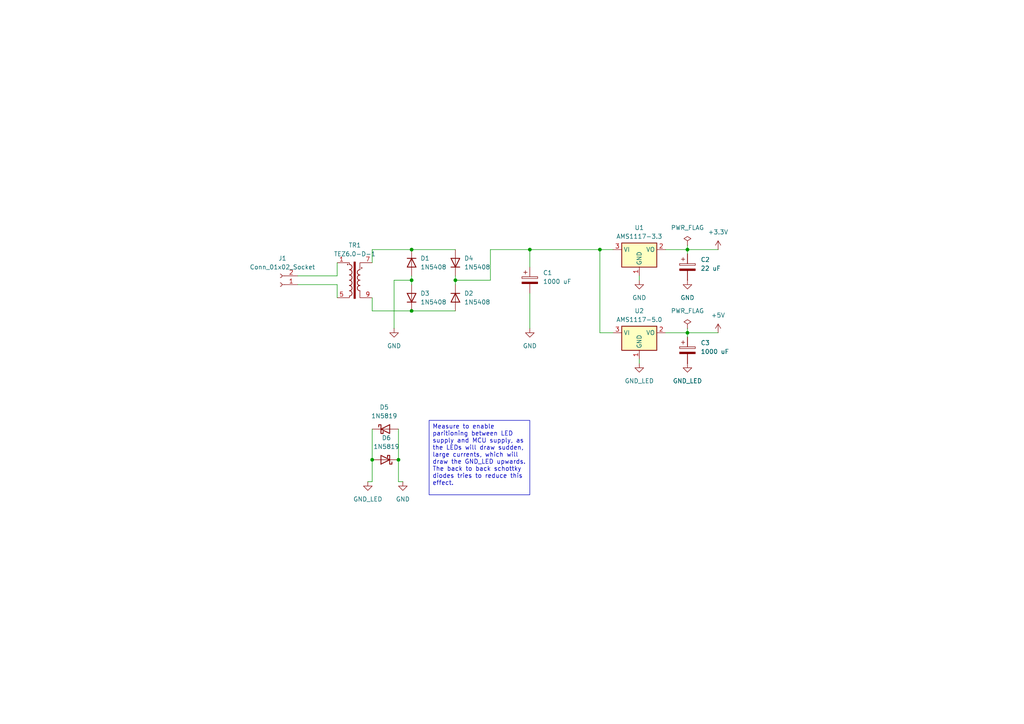
<source format=kicad_sch>
(kicad_sch (version 20231120) (generator "eeschema") (generator_version "8.0")
  (paper "A4")
  (title_block (title "Powersupply") (rev "Rev 2.1"))
  (lib_symbols
    (symbol "Connector:Conn_01x02_Socket" (pin_names (offset 1.016) hide)
      (property "Reference" "J" (at 0 2.54 0))
      (property "Value" "Conn_01x02_Socket" (at 0 -5.08 0))
      (symbol "Conn_01x02_Socket_1_1"
        (arc (start 0 -2.032) (mid -0.5058 -2.54) (end 0 -3.048) (stroke (width 0.1524)))
        (polyline (pts (xy -1.27 -2.54) (xy -0.508 -2.54)) (stroke (width 0.1524)))
        (polyline (pts (xy -1.27 0) (xy -0.508 0)) (stroke (width 0.1524)))
        (arc (start 0 0.508) (mid -0.5058 0) (end 0 -0.508) (stroke (width 0.1524)))
        (pin passive line (at -5.08 0 0) (length 3.81) (name "Pin_1") (number "1"))
        (pin passive line (at -5.08 -2.54 0) (length 3.81) (name "Pin_2") (number "2"))
      )
    )
    (symbol "Device:C_Polarized" (pin_numbers hide) (pin_names (offset 0.254))
      (property "Reference" "C" (at 0.635 2.54 0))
      (property "Value" "C_Polarized" (at 0.635 -2.54 0))
      (symbol "C_Polarized_0_1"
        (rectangle (start -2.286 0.508) (end 2.286 1.016))
        (polyline (pts (xy -1.778 2.286) (xy -0.762 2.286)))
        (polyline (pts (xy -1.27 2.794) (xy -1.27 1.778)))
        (rectangle (start 2.286 -0.508) (end -2.286 -1.016) (fill (type outline)))
      )
      (symbol "C_Polarized_1_1"
        (pin passive line (at 0 3.81 270) (length 2.794) (name "~") (number "1"))
        (pin passive line (at 0 -3.81 90) (length 2.794) (name "~") (number "2"))
      )
    )
    (symbol "Diode:1N5408" (pin_numbers hide) (pin_names hide)
      (property "Reference" "D" (at 0 2.54 0))
      (property "Value" "1N5408" (at 0 -2.54 0))
      (symbol "1N5408_0_1"
        (polyline (pts (xy -1.27 1.27) (xy -1.27 -1.27)) (stroke (width 0.254)))
        (polyline (pts (xy 1.27 0) (xy -1.27 0)))
        (polyline (pts (xy 1.27 1.27) (xy 1.27 -1.27) (xy -1.27 0) (xy 1.27 1.27)) (stroke (width 0.254)))
      )
      (symbol "1N5408_1_1"
        (pin passive line (at -3.81 0 0) (length 2.54) (name "K") (number "1"))
        (pin passive line (at 3.81 0 180) (length 2.54) (name "A") (number "2"))
      )
    )
    (symbol "Diode:1N5819" (pin_numbers hide) (pin_names (offset 1.016) hide)
      (property "Reference" "D" (at 0 2.54 0))
      (property "Value" "1N5819" (at 0 -2.54 0))
      (symbol "1N5819_0_1"
        (polyline (pts (xy 1.27 0) (xy -1.27 0)))
        (polyline (pts (xy 1.27 1.27) (xy 1.27 -1.27) (xy -1.27 0) (xy 1.27 1.27)) (stroke (width 0.254)))
        (polyline (pts (xy -1.905 0.635) (xy -1.905 1.27) (xy -1.27 1.27) (xy -1.27 -1.27) (xy -0.635 -1.27) (xy -0.635 -0.635)) (stroke (width 0.254)))
      )
      (symbol "1N5819_1_1"
        (pin passive line (at -3.81 0 0) (length 2.54) (name "K") (number "1"))
        (pin passive line (at 3.81 0 180) (length 2.54) (name "A") (number "2"))
      )
    )
    (symbol "Regulator_Linear:AMS1117-3.3"
      (property "Reference" "U" (at -3.81 3.175 0))
      (property "Value" "AMS1117-3.3" (at 0 3.175 0))
      (symbol "AMS1117-3.3_0_1"
        (rectangle (start -5.08 -5.08) (end 5.08 1.905) (stroke (width 0.254)) (fill (type background)))
      )
      (symbol "AMS1117-3.3_1_1"
        (pin power_in line (at 0 -7.62 90) (length 2.54) (name "GND") (number "1"))
        (pin power_out line (at 7.62 0 180) (length 2.54) (name "VO") (number "2"))
        (pin power_in line (at -7.62 0 0) (length 2.54) (name "VI") (number "3"))
      )
    )
    (symbol "Regulator_Linear:AMS1117-5.0"
      (property "Reference" "U" (at -3.81 3.175 0))
      (property "Value" "AMS1117-5.0" (at 0 3.175 0))
      (symbol "AMS1117-5.0_0_1"
        (rectangle (start -5.08 -5.08) (end 5.08 1.905) (stroke (width 0.254)) (fill (type background)))
      )
      (symbol "AMS1117-5.0_1_1"
        (pin power_in line (at 0 -7.62 90) (length 2.54) (name "GND") (number "1"))
        (pin power_out line (at 7.62 0 180) (length 2.54) (name "VO") (number "2"))
        (pin power_in line (at -7.62 0 0) (length 2.54) (name "VI") (number "3"))
      )
    )
    (symbol "Transformer:TEZ6.0-D-1" (pin_names (offset 0.0254))
      (property "Reference" "TR" (at 0 6.35 0))
      (property "Value" "TEZ6.0-D-1" (at 0 -6.35 0))
      (symbol "TEZ6.0-D-1_0_1"
        (circle (center -2.032 4.572) (radius 0.127))
        (arc (start -1.524 -4.572) (mid -0.7653 -3.81) (end -1.524 -3.048) (stroke (width 0.2032)))
        (arc (start -1.524 -3.048) (mid -0.7653 -2.286) (end -1.524 -1.524) (stroke (width 0.2032)))
        (arc (start -1.524 -1.524) (mid -0.7653 -0.762) (end -1.524 0) (stroke (width 0.2032)))
        (arc (start -1.524 0) (mid -0.7653 0.762) (end -1.524 1.524) (stroke (width 0.2032)))
        (arc (start -1.524 1.524) (mid -0.7653 2.286) (end -1.524 3.048) (stroke (width 0.2032)))
        (arc (start -1.524 3.048) (mid -0.7653 3.81) (end -1.524 4.572) (stroke (width 0.2032)))
        (rectangle (start -0.254 5.334) (end 0.254 -5.334) (stroke (width 0.0254)) (fill (type outline)))
        (polyline (pts (xy -1.524 -4.572) (xy -1.524 -5.08) (xy -2.54 -5.08)))
        (polyline (pts (xy -1.524 4.572) (xy -1.524 5.08) (xy -2.54 5.08)))
        (polyline (pts (xy 1.524 3.048) (xy 1.524 5.08) (xy 2.54 5.08) (xy 2.54 5.08)) (stroke (width 0.1524)))
        (polyline (pts (xy 2.54 -5.08) (xy 1.524 -5.08) (xy 1.524 -3.048) (xy 1.524 -3.048)) (stroke (width 0.1524)))
        (arc (start 1.524 -1.524) (mid 0.7653 -2.286) (end 1.524 -3.048) (stroke (width 0.2032)))
        (arc (start 1.524 0) (mid 0.7653 -0.762) (end 1.524 -1.524) (stroke (width 0.2032)))
        (arc (start 1.524 1.524) (mid 0.7653 0.762) (end 1.524 0) (stroke (width 0.2032)))
        (arc (start 1.524 3.048) (mid 0.7653 2.286) (end 1.524 1.524) (stroke (width 0.2032)))
        (circle (center 2.032 3.556) (radius 0.127))
      )
      (symbol "TEZ6.0-D-1_1_1"
        (pin passive line (at -5.08 5.08 0) (length 2.54) (name "~") (number "1"))
        (pin passive line (at -5.08 -5.08 0) (length 2.54) (name "~") (number "5"))
        (pin passive line (at 5.08 5.08 180) (length 2.54) (name "~") (number "7"))
        (pin passive line (at 5.08 -5.08 180) (length 2.54) (name "~") (number "9"))
      )
    )
    (symbol "power:+3.3V" (power) (pin_numbers hide) (pin_names (offset 0) hide)
      (property "Value" "+3.3V" (at 0 3.556 0))
      (symbol "+3.3V_0_1"
        (polyline (pts (xy -0.762 1.27) (xy 0 2.54)))
        (polyline (pts (xy 0 0) (xy 0 2.54)))
        (polyline (pts (xy 0 2.54) (xy 0.762 1.27)))
      )
      (symbol "+3.3V_1_1"
        (pin power_in line (at 0 0 90) (length 0) (name "~") (number "1"))
      )
    )
    (symbol "power:+5V" (power) (pin_numbers hide) (pin_names (offset 0) hide)
      (property "Value" "+5V" (at 0 3.556 0))
      (symbol "+5V_0_1"
        (polyline (pts (xy -0.762 1.27) (xy 0 2.54)))
        (polyline (pts (xy 0 0) (xy 0 2.54)))
        (polyline (pts (xy 0 2.54) (xy 0.762 1.27)))
      )
      (symbol "+5V_1_1"
        (pin power_in line (at 0 0 90) (length 0) (name "~") (number "1"))
      )
    )
    (symbol "power:GND" (power) (pin_numbers hide) (pin_names (offset 0) hide)
      (property "Value" "GND" (at 0 -3.81 0))
      (symbol "GND_0_1"
        (polyline (pts (xy 0 0) (xy 0 -1.27) (xy 1.27 -1.27) (xy 0 -2.54) (xy -1.27 -1.27) (xy 0 -1.27)))
      )
      (symbol "GND_1_1"
        (pin power_in line (at 0 0 270) (length 0) (name "~") (number "1"))
      )
    )
    (symbol "power:GND1" (power) (pin_numbers hide) (pin_names (offset 0) hide)
      (property "Value" "GND1" (at 0 -3.81 0))
      (symbol "GND1_0_1"
        (polyline (pts (xy 0 0) (xy 0 -1.27) (xy 1.27 -1.27) (xy 0 -2.54) (xy -1.27 -1.27) (xy 0 -1.27)))
      )
      (symbol "GND1_1_1"
        (pin power_in line (at 0 0 270) (length 0) (name "~") (number "1"))
      )
    )
    (symbol "power:PWR_FLAG" (power) (pin_numbers hide) (pin_names (offset 0) hide)
      (property "Value" "PWR_FLAG" (at 0 3.81 0))
      (symbol "PWR_FLAG_0_0"
        (pin power_out line (at 0 0 90) (length 0) (name "~") (number "1"))
      )
      (symbol "PWR_FLAG_0_1"
        (polyline (pts (xy 0 0) (xy 0 1.27) (xy -1.016 1.905) (xy 0 2.54) (xy 1.016 1.905) (xy 0 1.27)))
      )
    )
  )
  (junction (at 119.38 90.17))
  (junction (at 107.95 133.35))
  (junction (at 132.08 81.28))
  (junction (at 115.57 133.35))
  (junction (at 199.39 96.52))
  (junction (at 199.39 72.39))
  (junction (at 153.67 72.39))
  (junction (at 119.38 72.39))
  (junction (at 119.38 81.28))
  (junction (at 173.99 72.39))
  (wire (pts (xy 119.38 72.39) (xy 132.08 72.39)))
  (wire (pts (xy 97.79 80.01) (xy 97.79 76.2)))
  (wire (pts (xy 132.08 80.01) (xy 132.08 81.28)))
  (wire (pts (xy 153.67 77.47) (xy 153.67 72.39)))
  (wire (pts (xy 199.39 96.52) (xy 199.39 97.79)))
  (wire (pts (xy 142.24 81.28) (xy 142.24 72.39)))
  (wire (pts (xy 185.42 80.01) (xy 185.42 81.28)))
  (wire (pts (xy 106.68 139.7) (xy 107.95 139.7)))
  (wire (pts (xy 199.39 95.25) (xy 199.39 96.52)))
  (wire (pts (xy 97.79 82.55) (xy 97.79 86.36)))
  (wire (pts (xy 173.99 72.39) (xy 173.99 96.52)))
  (wire (pts (xy 115.57 133.35) (xy 115.57 139.7)))
  (wire (pts (xy 199.39 72.39) (xy 199.39 73.66)))
  (wire (pts (xy 107.95 86.36) (xy 107.95 90.17)))
  (wire (pts (xy 119.38 81.28) (xy 119.38 82.55)))
  (wire (pts (xy 119.38 81.28) (xy 114.3 81.28)))
  (wire (pts (xy 115.57 139.7) (xy 116.84 139.7)))
  (wire (pts (xy 115.57 124.46) (xy 115.57 133.35)))
  (wire (pts (xy 193.04 72.39) (xy 199.39 72.39)))
  (wire (pts (xy 173.99 96.52) (xy 177.8 96.52)))
  (wire (pts (xy 119.38 80.01) (xy 119.38 81.28)))
  (wire (pts (xy 132.08 81.28) (xy 142.24 81.28)))
  (wire (pts (xy 153.67 72.39) (xy 173.99 72.39)))
  (wire (pts (xy 185.42 104.14) (xy 185.42 105.41)))
  (wire (pts (xy 107.95 76.2) (xy 107.95 72.39)))
  (wire (pts (xy 107.95 133.35) (xy 107.95 139.7)))
  (wire (pts (xy 199.39 72.39) (xy 208.28 72.39)))
  (wire (pts (xy 153.67 85.09) (xy 153.67 95.25)))
  (wire (pts (xy 199.39 71.12) (xy 199.39 72.39)))
  (wire (pts (xy 86.36 82.55) (xy 97.79 82.55)))
  (wire (pts (xy 199.39 96.52) (xy 208.28 96.52)))
  (wire (pts (xy 193.04 96.52) (xy 199.39 96.52)))
  (wire (pts (xy 107.95 90.17) (xy 119.38 90.17)))
  (wire (pts (xy 107.95 124.46) (xy 107.95 133.35)))
  (wire (pts (xy 142.24 72.39) (xy 153.67 72.39)))
  (wire (pts (xy 86.36 80.01) (xy 97.79 80.01)))
  (wire (pts (xy 107.95 72.39) (xy 119.38 72.39)))
  (wire (pts (xy 132.08 81.28) (xy 132.08 82.55)))
  (wire (pts (xy 114.3 81.28) (xy 114.3 95.25)))
  (wire (pts (xy 173.99 72.39) (xy 177.8 72.39)))
  (wire (pts (xy 119.38 90.17) (xy 132.08 90.17)))
  (text_box "Measure to enable paritioning between LED supply and MCU supply, as the LEDs will draw sudden, large currents, which will draw the GND_LED upwards. The back to back schottky diodes tries to reduce this effect." (at 124.46 121.92 0) (size 29.21 21.59) (effects (font (size 1.27 1.27)) (justify left top)))
  (symbol (lib_id "power:GND") (at 116.84 139.7 0) (unit 1)
    (property "Reference" "#PWR08" (effects (hide yes)))
    (property "Value" "GND" (at 116.84 144.78 0))
    (property "Description" "Power symbol creates a global label with name \"GND\" , ground" (effects (hide yes)))
  )
  (symbol (lib_id "power:GND") (at 153.67 95.25 0) (unit 1)
    (property "Reference" "#PWR02" (effects (hide yes)))
    (property "Value" "GND" (at 153.67 100.33 0))
    (property "Description" "Power symbol creates a global label with name \"GND\" , ground" (effects (hide yes)))
  )
  (symbol (lib_id "power:GND") (at 114.3 95.25 0) (unit 1)
    (property "Reference" "#PWR01" (effects (hide yes)))
    (property "Value" "GND" (at 114.3 100.33 0))
    (property "Description" "Power symbol creates a global label with name \"GND\" , ground" (effects (hide yes)))
  )
  (symbol (lib_id "power:GND1") (at 199.39 105.41 0) (unit 1)
    (property "Reference" "#PWR06" (effects (hide yes)))
    (property "Value" "GND_LED" (at 199.39 110.49 0))
    (property "Description" "Power symbol creates a global label with name \"GND1\" , ground" (effects (hide yes)))
  )
  (symbol (lib_id "power:GND1") (at 106.68 139.7 0) (unit 1)
    (property "Reference" "#PWR07" (effects (hide yes)))
    (property "Value" "GND_LED" (at 106.68 144.78 0))
    (property "Description" "Power symbol creates a global label with name \"GND1\" , ground" (effects (hide yes)))
  )
  (symbol (lib_id "power:GND") (at 199.39 81.28 0) (unit 1)
    (property "Reference" "#PWR05" (effects (hide yes)))
    (property "Value" "GND" (at 199.39 86.36 0))
    (property "Description" "Power symbol creates a global label with name \"GND\" , ground" (effects (hide yes)))
  )
  (symbol (lib_id "Diode:1N5819") (at 111.76 124.46 0) (unit 1)
    (property "Reference" "D5" (at 111.4425 118.11 0))
    (property "Value" "1N5819" (at 111.4425 120.65 0))
    (property "Footprint" "Diode_THT:D_DO-41_SOD81_P10.16mm_Horizontal" (effects (hide yes)))
    (property "Datasheet" "http://www.vishay.com/docs/88525/1n5817.pdf" (effects (hide yes)))
    (property "Description" "40V 1A Schottky Barrier Rectifier Diode, DO-41" (effects (hide yes)))
  )
  (symbol (lib_id "power:+5V") (at 208.28 96.52 0) (unit 1)
    (property "Reference" "#PWR010" (effects (hide yes)))
    (property "Value" "+5V" (at 208.28 91.44 0))
    (property "Description" "Power symbol creates a global label with name \"+5V\"" (effects (hide yes)))
  )
  (symbol (lib_id "Diode:1N5408") (at 132.08 86.36 270) (unit 1)
    (property "Reference" "D2" (at 134.62 85.0899 90) (effects (justify left)))
    (property "Value" "1N5408" (at 134.62 87.6299 90) (effects (justify left)))
    (property "Footprint" "Diode_THT:D_DO-201AD_P15.24mm_Horizontal" (effects (hide yes)))
    (property "Datasheet" "http://www.vishay.com/docs/88516/1n5400.pdf" (effects (hide yes)))
    (property "Description" "1000V 3A General Purpose Rectifier Diode, DO-201AD" (effects (hide yes)))
    (property "Sim.Device" "D" (effects (hide yes)))
    (property "Sim.Pins" "1=K 2=A" (effects (hide yes)))
  )
  (symbol (lib_id "Device:C_Polarized") (at 153.67 81.28 0) (unit 1)
    (property "Reference" "C1" (at 157.48 79.1209 0) (effects (justify left)))
    (property "Value" "1000 uF" (at 157.48 81.6609 0) (effects (justify left)))
    (property "Description" "Polarized capacitor" (effects (hide yes)))
  )
  (symbol (lib_id "Diode:1N5408") (at 132.08 76.2 90) (unit 1)
    (property "Reference" "D4" (at 134.62 74.9299 90) (effects (justify right)))
    (property "Value" "1N5408" (at 134.62 77.4699 90) (effects (justify right)))
    (property "Footprint" "Diode_THT:D_DO-201AD_P15.24mm_Horizontal" (effects (hide yes)))
    (property "Datasheet" "http://www.vishay.com/docs/88516/1n5400.pdf" (effects (hide yes)))
    (property "Description" "1000V 3A General Purpose Rectifier Diode, DO-201AD" (effects (hide yes)))
    (property "Sim.Device" "D" (effects (hide yes)))
    (property "Sim.Pins" "1=K 2=A" (effects (hide yes)))
  )
  (symbol (lib_id "power:GND1") (at 185.42 105.41 0) (unit 1)
    (property "Reference" "#PWR04" (effects (hide yes)))
    (property "Value" "GND_LED" (at 185.42 110.49 0))
    (property "Description" "Power symbol creates a global label with name \"GND1\" , ground" (effects (hide yes)))
  )
  (symbol (lib_id "power:PWR_FLAG") (at 199.39 95.25 0) (unit 1)
    (property "Reference" "#FLG02" (effects (hide yes)))
    (property "Value" "PWR_FLAG" (at 199.39 90.17 0))
    (property "Description" "Special symbol for telling ERC where power comes from" (effects (hide yes)))
  )
  (symbol (lib_id "power:PWR_FLAG") (at 199.39 71.12 0) (unit 1)
    (property "Reference" "#FLG01" (effects (hide yes)))
    (property "Value" "PWR_FLAG" (at 199.39 66.04 0))
    (property "Description" "Special symbol for telling ERC where power comes from" (effects (hide yes)))
  )
  (symbol (lib_id "Diode:1N5819") (at 111.76 133.35 180) (unit 1)
    (property "Reference" "D6" (at 112.0775 127 0))
    (property "Value" "1N5819" (at 112.0775 129.54 0))
    (property "Footprint" "Diode_THT:D_DO-41_SOD81_P10.16mm_Horizontal" (effects (hide yes)))
    (property "Datasheet" "http://www.vishay.com/docs/88525/1n5817.pdf" (effects (hide yes)))
    (property "Description" "40V 1A Schottky Barrier Rectifier Diode, DO-41" (effects (hide yes)))
  )
  (symbol (lib_id "Diode:1N5408") (at 119.38 86.36 90) (unit 1)
    (property "Reference" "D3" (at 121.92 85.0899 90) (effects (justify right)))
    (property "Value" "1N5408" (at 121.92 87.6299 90) (effects (justify right)))
    (property "Footprint" "Diode_THT:D_DO-201AD_P15.24mm_Horizontal" (effects (hide yes)))
    (property "Datasheet" "http://www.vishay.com/docs/88516/1n5400.pdf" (effects (hide yes)))
    (property "Description" "1000V 3A General Purpose Rectifier Diode, DO-201AD" (effects (hide yes)))
    (property "Sim.Device" "D" (effects (hide yes)))
    (property "Sim.Pins" "1=K 2=A" (effects (hide yes)))
  )
  (symbol (lib_id "Transformer:TEZ6.0-D-1") (at 102.87 81.28 0) (unit 1)
    (property "Reference" "TR1" (at 102.9081 71.12 0))
    (property "Value" "TEZ6.0-D-1" (at 102.9081 73.66 0))
    (property "Footprint" "Transformer_THT:Transformer_Breve_TEZ-38x45" (effects (hide yes)))
    (property "Datasheet" "http://www.breve.pl/pdf/ANG/TEZ_ang.pdf" (effects (hide yes)))
    (property "Description" "TEZ6.0/D/x, 6VA, Single Secondary, Cast Resin Transformer, PCB" (effects (hide yes)))
  )
  (symbol (lib_id "Device:C_Polarized") (at 199.39 101.6 0) (unit 1)
    (property "Reference" "C3" (at 203.2 99.4409 0) (effects (justify left)))
    (property "Value" "1000 uF" (at 203.2 101.9809 0) (effects (justify left)))
    (property "Description" "Polarized capacitor" (effects (hide yes)))
  )
  (symbol (lib_id "power:+3.3V") (at 208.28 72.39 0) (unit 1)
    (property "Reference" "#PWR09" (effects (hide yes)))
    (property "Value" "+3.3V" (at 208.28 67.31 0))
    (property "Description" "Power symbol creates a global label with name \"+3.3V\"" (effects (hide yes)))
  )
  (symbol (lib_id "Device:C_Polarized") (at 199.39 77.47 0) (unit 1)
    (property "Reference" "C2" (at 203.2 75.3109 0) (effects (justify left)))
    (property "Value" "22 uF" (at 203.2 77.8509 0) (effects (justify left)))
    (property "Description" "Polarized capacitor" (effects (hide yes)))
  )
  (symbol (lib_id "Regulator_Linear:AMS1117-3.3") (at 185.42 72.39 0) (unit 1)
    (property "Reference" "U1" (at 185.42 66.04 0))
    (property "Value" "AMS1117-3.3" (at 185.42 68.58 0))
    (property "Footprint" "Package_TO_SOT_SMD:SOT-223-3_TabPin2" (effects (hide yes)))
    (property "Datasheet" "http://www.advanced-monolithic.com/pdf/ds1117.pdf" (effects (hide yes)))
    (property "Description" "1A Low Dropout regulator, positive, 3.3V fixed output, SOT-223" (effects (hide yes)))
  )
  (symbol (lib_id "Connector:Conn_01x02_Socket") (at 81.28 82.55 180) (unit 1)
    (property "Reference" "J1" (at 81.915 74.93 0))
    (property "Value" "Conn_01x02_Socket" (at 81.915 77.47 0))
    (property "Description" "Generic connector, single row, 01x02, script generated" (effects (hide yes)))
  )
  (symbol (lib_id "Diode:1N5408") (at 119.38 76.2 270) (unit 1)
    (property "Reference" "D1" (at 121.92 74.9299 90) (effects (justify left)))
    (property "Value" "1N5408" (at 121.92 77.4699 90) (effects (justify left)))
    (property "Footprint" "Diode_THT:D_DO-201AD_P15.24mm_Horizontal" (effects (hide yes)))
    (property "Datasheet" "http://www.vishay.com/docs/88516/1n5400.pdf" (effects (hide yes)))
    (property "Description" "1000V 3A General Purpose Rectifier Diode, DO-201AD" (effects (hide yes)))
    (property "Sim.Device" "D" (effects (hide yes)))
    (property "Sim.Pins" "1=K 2=A" (effects (hide yes)))
  )
  (symbol (lib_id "Regulator_Linear:AMS1117-5.0") (at 185.42 96.52 0) (unit 1)
    (property "Reference" "U2" (at 185.42 90.17 0))
    (property "Value" "AMS1117-5.0" (at 185.42 92.71 0))
    (property "Footprint" "Package_TO_SOT_SMD:SOT-223-3_TabPin2" (effects (hide yes)))
    (property "Datasheet" "http://www.advanced-monolithic.com/pdf/ds1117.pdf" (effects (hide yes)))
    (property "Description" "1A Low Dropout regulator, positive, 5.0V fixed output, SOT-223" (effects (hide yes)))
  )
  (symbol (lib_id "power:GND") (at 185.42 81.28 0) (unit 1)
    (property "Reference" "#PWR03" (effects (hide yes)))
    (property "Value" "GND" (at 185.42 86.36 0))
    (property "Description" "Power symbol creates a global label with name \"GND\" , ground" (effects (hide yes)))
  )
)
</source>
